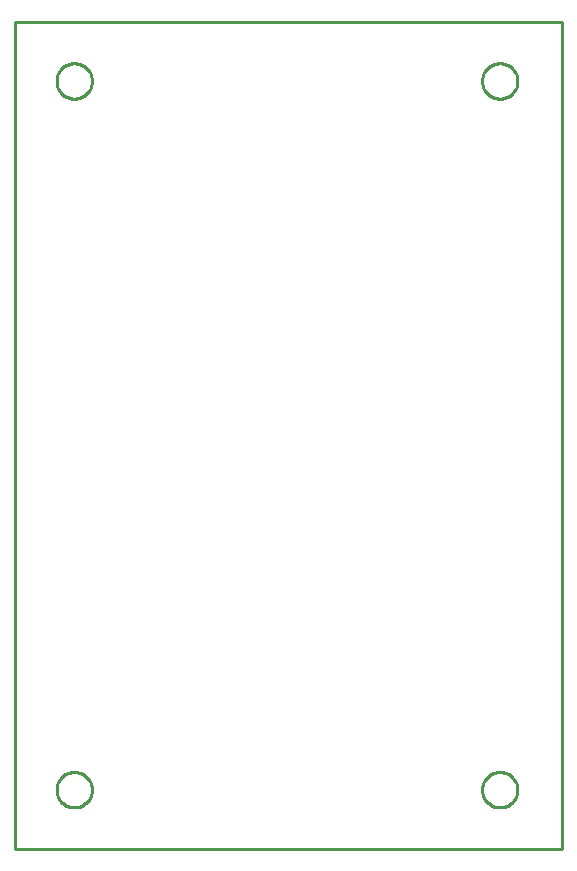
<source format=gbr>
G04 EAGLE Gerber RS-274X export*
G75*
%MOMM*%
%FSLAX34Y34*%
%LPD*%
%IN*%
%IPPOS*%
%AMOC8*
5,1,8,0,0,1.08239X$1,22.5*%
G01*
%ADD10C,0.254000*%


D10*
X0Y0D02*
X462700Y0D01*
X462700Y700000D01*
X0Y700000D01*
X0Y0D01*
X65000Y649464D02*
X64924Y648396D01*
X64771Y647335D01*
X64543Y646288D01*
X64241Y645260D01*
X63867Y644256D01*
X63422Y643281D01*
X62908Y642341D01*
X62329Y641440D01*
X61687Y640582D01*
X60985Y639772D01*
X60228Y639015D01*
X59418Y638313D01*
X58560Y637671D01*
X57659Y637092D01*
X56719Y636578D01*
X55744Y636133D01*
X54740Y635759D01*
X53712Y635457D01*
X52665Y635229D01*
X51604Y635076D01*
X50536Y635000D01*
X49464Y635000D01*
X48396Y635076D01*
X47335Y635229D01*
X46288Y635457D01*
X45260Y635759D01*
X44256Y636133D01*
X43281Y636578D01*
X42341Y637092D01*
X41440Y637671D01*
X40582Y638313D01*
X39772Y639015D01*
X39015Y639772D01*
X38313Y640582D01*
X37671Y641440D01*
X37092Y642341D01*
X36578Y643281D01*
X36133Y644256D01*
X35759Y645260D01*
X35457Y646288D01*
X35229Y647335D01*
X35076Y648396D01*
X35000Y649464D01*
X35000Y650536D01*
X35076Y651604D01*
X35229Y652665D01*
X35457Y653712D01*
X35759Y654740D01*
X36133Y655744D01*
X36578Y656719D01*
X37092Y657659D01*
X37671Y658560D01*
X38313Y659418D01*
X39015Y660228D01*
X39772Y660985D01*
X40582Y661687D01*
X41440Y662329D01*
X42341Y662908D01*
X43281Y663422D01*
X44256Y663867D01*
X45260Y664241D01*
X46288Y664543D01*
X47335Y664771D01*
X48396Y664924D01*
X49464Y665000D01*
X50536Y665000D01*
X51604Y664924D01*
X52665Y664771D01*
X53712Y664543D01*
X54740Y664241D01*
X55744Y663867D01*
X56719Y663422D01*
X57659Y662908D01*
X58560Y662329D01*
X59418Y661687D01*
X60228Y660985D01*
X60985Y660228D01*
X61687Y659418D01*
X62329Y658560D01*
X62908Y657659D01*
X63422Y656719D01*
X63867Y655744D01*
X64241Y654740D01*
X64543Y653712D01*
X64771Y652665D01*
X64924Y651604D01*
X65000Y650536D01*
X65000Y649464D01*
X65000Y49464D02*
X64924Y48396D01*
X64771Y47335D01*
X64543Y46288D01*
X64241Y45260D01*
X63867Y44256D01*
X63422Y43281D01*
X62908Y42341D01*
X62329Y41440D01*
X61687Y40582D01*
X60985Y39772D01*
X60228Y39015D01*
X59418Y38313D01*
X58560Y37671D01*
X57659Y37092D01*
X56719Y36578D01*
X55744Y36133D01*
X54740Y35759D01*
X53712Y35457D01*
X52665Y35229D01*
X51604Y35076D01*
X50536Y35000D01*
X49464Y35000D01*
X48396Y35076D01*
X47335Y35229D01*
X46288Y35457D01*
X45260Y35759D01*
X44256Y36133D01*
X43281Y36578D01*
X42341Y37092D01*
X41440Y37671D01*
X40582Y38313D01*
X39772Y39015D01*
X39015Y39772D01*
X38313Y40582D01*
X37671Y41440D01*
X37092Y42341D01*
X36578Y43281D01*
X36133Y44256D01*
X35759Y45260D01*
X35457Y46288D01*
X35229Y47335D01*
X35076Y48396D01*
X35000Y49464D01*
X35000Y50536D01*
X35076Y51604D01*
X35229Y52665D01*
X35457Y53712D01*
X35759Y54740D01*
X36133Y55744D01*
X36578Y56719D01*
X37092Y57659D01*
X37671Y58560D01*
X38313Y59418D01*
X39015Y60228D01*
X39772Y60985D01*
X40582Y61687D01*
X41440Y62329D01*
X42341Y62908D01*
X43281Y63422D01*
X44256Y63867D01*
X45260Y64241D01*
X46288Y64543D01*
X47335Y64771D01*
X48396Y64924D01*
X49464Y65000D01*
X50536Y65000D01*
X51604Y64924D01*
X52665Y64771D01*
X53712Y64543D01*
X54740Y64241D01*
X55744Y63867D01*
X56719Y63422D01*
X57659Y62908D01*
X58560Y62329D01*
X59418Y61687D01*
X60228Y60985D01*
X60985Y60228D01*
X61687Y59418D01*
X62329Y58560D01*
X62908Y57659D01*
X63422Y56719D01*
X63867Y55744D01*
X64241Y54740D01*
X64543Y53712D01*
X64771Y52665D01*
X64924Y51604D01*
X65000Y50536D01*
X65000Y49464D01*
X425160Y649464D02*
X425084Y648396D01*
X424931Y647335D01*
X424703Y646288D01*
X424401Y645260D01*
X424027Y644256D01*
X423582Y643281D01*
X423068Y642341D01*
X422489Y641440D01*
X421847Y640582D01*
X421145Y639772D01*
X420388Y639015D01*
X419578Y638313D01*
X418720Y637671D01*
X417819Y637092D01*
X416879Y636578D01*
X415904Y636133D01*
X414900Y635759D01*
X413872Y635457D01*
X412825Y635229D01*
X411764Y635076D01*
X410696Y635000D01*
X409624Y635000D01*
X408556Y635076D01*
X407495Y635229D01*
X406448Y635457D01*
X405420Y635759D01*
X404416Y636133D01*
X403441Y636578D01*
X402501Y637092D01*
X401600Y637671D01*
X400742Y638313D01*
X399932Y639015D01*
X399175Y639772D01*
X398473Y640582D01*
X397831Y641440D01*
X397252Y642341D01*
X396738Y643281D01*
X396293Y644256D01*
X395919Y645260D01*
X395617Y646288D01*
X395389Y647335D01*
X395236Y648396D01*
X395160Y649464D01*
X395160Y650536D01*
X395236Y651604D01*
X395389Y652665D01*
X395617Y653712D01*
X395919Y654740D01*
X396293Y655744D01*
X396738Y656719D01*
X397252Y657659D01*
X397831Y658560D01*
X398473Y659418D01*
X399175Y660228D01*
X399932Y660985D01*
X400742Y661687D01*
X401600Y662329D01*
X402501Y662908D01*
X403441Y663422D01*
X404416Y663867D01*
X405420Y664241D01*
X406448Y664543D01*
X407495Y664771D01*
X408556Y664924D01*
X409624Y665000D01*
X410696Y665000D01*
X411764Y664924D01*
X412825Y664771D01*
X413872Y664543D01*
X414900Y664241D01*
X415904Y663867D01*
X416879Y663422D01*
X417819Y662908D01*
X418720Y662329D01*
X419578Y661687D01*
X420388Y660985D01*
X421145Y660228D01*
X421847Y659418D01*
X422489Y658560D01*
X423068Y657659D01*
X423582Y656719D01*
X424027Y655744D01*
X424401Y654740D01*
X424703Y653712D01*
X424931Y652665D01*
X425084Y651604D01*
X425160Y650536D01*
X425160Y649464D01*
X425160Y49464D02*
X425084Y48396D01*
X424931Y47335D01*
X424703Y46288D01*
X424401Y45260D01*
X424027Y44256D01*
X423582Y43281D01*
X423068Y42341D01*
X422489Y41440D01*
X421847Y40582D01*
X421145Y39772D01*
X420388Y39015D01*
X419578Y38313D01*
X418720Y37671D01*
X417819Y37092D01*
X416879Y36578D01*
X415904Y36133D01*
X414900Y35759D01*
X413872Y35457D01*
X412825Y35229D01*
X411764Y35076D01*
X410696Y35000D01*
X409624Y35000D01*
X408556Y35076D01*
X407495Y35229D01*
X406448Y35457D01*
X405420Y35759D01*
X404416Y36133D01*
X403441Y36578D01*
X402501Y37092D01*
X401600Y37671D01*
X400742Y38313D01*
X399932Y39015D01*
X399175Y39772D01*
X398473Y40582D01*
X397831Y41440D01*
X397252Y42341D01*
X396738Y43281D01*
X396293Y44256D01*
X395919Y45260D01*
X395617Y46288D01*
X395389Y47335D01*
X395236Y48396D01*
X395160Y49464D01*
X395160Y50536D01*
X395236Y51604D01*
X395389Y52665D01*
X395617Y53712D01*
X395919Y54740D01*
X396293Y55744D01*
X396738Y56719D01*
X397252Y57659D01*
X397831Y58560D01*
X398473Y59418D01*
X399175Y60228D01*
X399932Y60985D01*
X400742Y61687D01*
X401600Y62329D01*
X402501Y62908D01*
X403441Y63422D01*
X404416Y63867D01*
X405420Y64241D01*
X406448Y64543D01*
X407495Y64771D01*
X408556Y64924D01*
X409624Y65000D01*
X410696Y65000D01*
X411764Y64924D01*
X412825Y64771D01*
X413872Y64543D01*
X414900Y64241D01*
X415904Y63867D01*
X416879Y63422D01*
X417819Y62908D01*
X418720Y62329D01*
X419578Y61687D01*
X420388Y60985D01*
X421145Y60228D01*
X421847Y59418D01*
X422489Y58560D01*
X423068Y57659D01*
X423582Y56719D01*
X424027Y55744D01*
X424401Y54740D01*
X424703Y53712D01*
X424931Y52665D01*
X425084Y51604D01*
X425160Y50536D01*
X425160Y49464D01*
M02*

</source>
